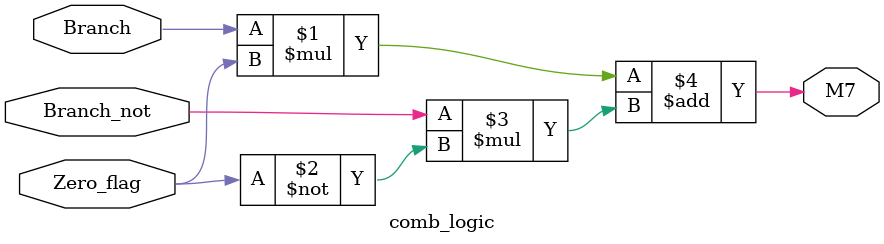
<source format=v>
`timescale 1ns / 1ps
module comb_logic(
    Branch,
    Zero_flag,
    Branch_not,
    M7
);

input Branch;
input Zero_flag;
input Branch_not;
output M7;



assign M7=(Branch*Zero_flag)+(Branch_not*(~Zero_flag));


endmodule

</source>
